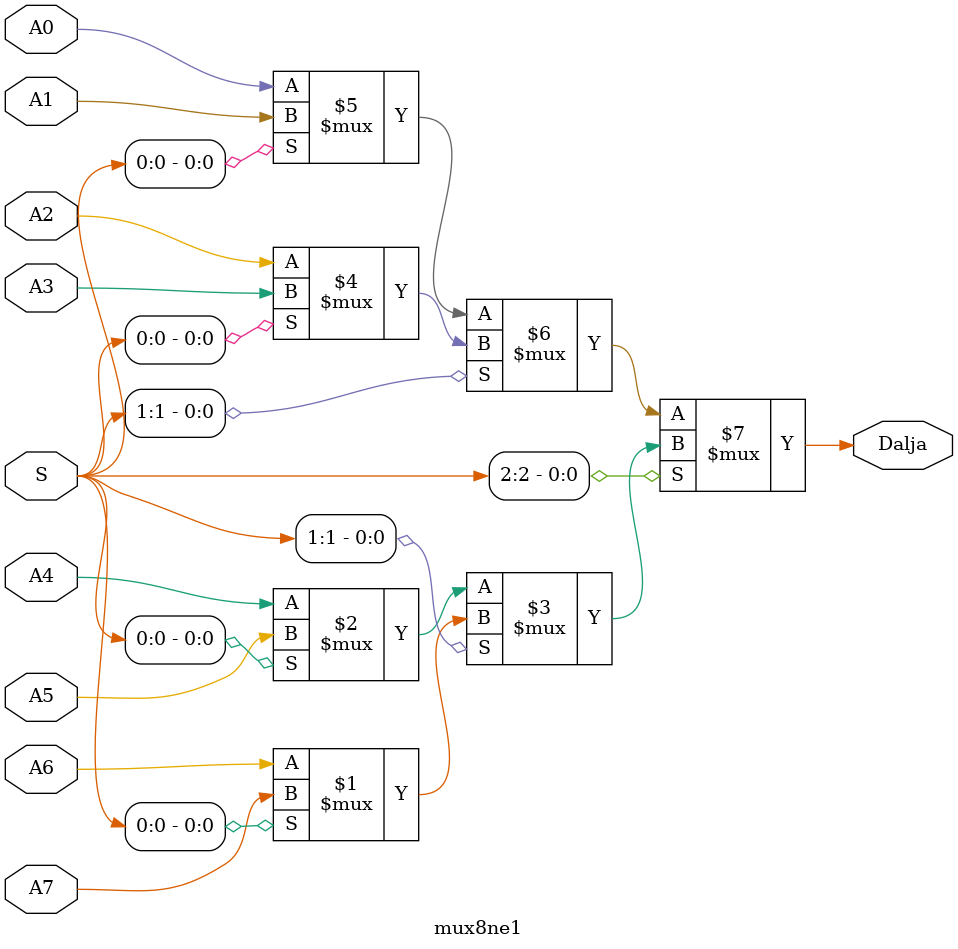
<source format=v>
`timescale 1ns / 1ps


module mux8ne1(
    input A0,
    input A1,
    input A2,
    input A3,
    input A4,
    input A5,
    input A6,
    input A7,
    input [2:0] S,
    output Dalja
    );
    
//    s 000 a0  AND
//    s 001 a1  SLTI
//    s 010 a2  OR
//    s 011 a3  XOR
//    s 100 a4  ADD, ADDI
//    s 101 a5  SUB, SUBI
//    s 111 a6  SLL 
//    s 110 a7  SRA

assign Dalja = S[2] ? 
               (S[1] ? (S[0] ? A7 : A6) : (S[0] ? A5 : A4)) : 
               (S[1] ? (S[0] ? A3 : A2) : (S[0] ? A1 : A0));



endmodule

</source>
